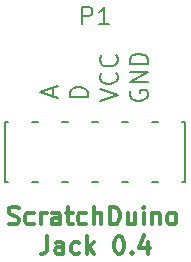
<source format=gbr>
G04 (created by PCBNEW (2013-may-18)-stable) date Пн 26 окт 2015 23:44:09*
%MOIN*%
G04 Gerber Fmt 3.4, Leading zero omitted, Abs format*
%FSLAX34Y34*%
G01*
G70*
G90*
G04 APERTURE LIST*
%ADD10C,0.00393701*%
%ADD11C,0.011811*%
%ADD12C,0.00590551*%
G04 APERTURE END LIST*
G54D10*
G54D11*
X9912Y-12935D02*
X9912Y-13357D01*
X9884Y-13442D01*
X9828Y-13498D01*
X9744Y-13526D01*
X9687Y-13526D01*
X10447Y-13526D02*
X10447Y-13217D01*
X10419Y-13160D01*
X10362Y-13132D01*
X10250Y-13132D01*
X10194Y-13160D01*
X10447Y-13498D02*
X10390Y-13526D01*
X10250Y-13526D01*
X10194Y-13498D01*
X10165Y-13442D01*
X10165Y-13385D01*
X10194Y-13329D01*
X10250Y-13301D01*
X10390Y-13301D01*
X10447Y-13273D01*
X10981Y-13498D02*
X10925Y-13526D01*
X10812Y-13526D01*
X10756Y-13498D01*
X10728Y-13470D01*
X10700Y-13413D01*
X10700Y-13245D01*
X10728Y-13188D01*
X10756Y-13160D01*
X10812Y-13132D01*
X10925Y-13132D01*
X10981Y-13160D01*
X11234Y-13526D02*
X11234Y-12935D01*
X11290Y-13301D02*
X11459Y-13526D01*
X11459Y-13132D02*
X11234Y-13357D01*
X12275Y-12935D02*
X12331Y-12935D01*
X12387Y-12964D01*
X12415Y-12992D01*
X12443Y-13048D01*
X12471Y-13160D01*
X12471Y-13301D01*
X12443Y-13413D01*
X12415Y-13470D01*
X12387Y-13498D01*
X12331Y-13526D01*
X12275Y-13526D01*
X12218Y-13498D01*
X12190Y-13470D01*
X12162Y-13413D01*
X12134Y-13301D01*
X12134Y-13160D01*
X12162Y-13048D01*
X12190Y-12992D01*
X12218Y-12964D01*
X12275Y-12935D01*
X12724Y-13470D02*
X12753Y-13498D01*
X12724Y-13526D01*
X12696Y-13498D01*
X12724Y-13470D01*
X12724Y-13526D01*
X13259Y-13132D02*
X13259Y-13526D01*
X13118Y-12907D02*
X12978Y-13329D01*
X13343Y-13329D01*
X8619Y-12514D02*
X8703Y-12542D01*
X8844Y-12542D01*
X8900Y-12514D01*
X8928Y-12485D01*
X8956Y-12429D01*
X8956Y-12373D01*
X8928Y-12317D01*
X8900Y-12289D01*
X8844Y-12260D01*
X8731Y-12232D01*
X8675Y-12204D01*
X8647Y-12176D01*
X8619Y-12120D01*
X8619Y-12064D01*
X8647Y-12007D01*
X8675Y-11979D01*
X8731Y-11951D01*
X8872Y-11951D01*
X8956Y-11979D01*
X9462Y-12514D02*
X9406Y-12542D01*
X9294Y-12542D01*
X9237Y-12514D01*
X9209Y-12485D01*
X9181Y-12429D01*
X9181Y-12260D01*
X9209Y-12204D01*
X9237Y-12176D01*
X9294Y-12148D01*
X9406Y-12148D01*
X9462Y-12176D01*
X9715Y-12542D02*
X9715Y-12148D01*
X9715Y-12260D02*
X9744Y-12204D01*
X9772Y-12176D01*
X9828Y-12148D01*
X9884Y-12148D01*
X10334Y-12542D02*
X10334Y-12232D01*
X10306Y-12176D01*
X10250Y-12148D01*
X10137Y-12148D01*
X10081Y-12176D01*
X10334Y-12514D02*
X10278Y-12542D01*
X10137Y-12542D01*
X10081Y-12514D01*
X10053Y-12457D01*
X10053Y-12401D01*
X10081Y-12345D01*
X10137Y-12317D01*
X10278Y-12317D01*
X10334Y-12289D01*
X10531Y-12148D02*
X10756Y-12148D01*
X10615Y-11951D02*
X10615Y-12457D01*
X10643Y-12514D01*
X10700Y-12542D01*
X10756Y-12542D01*
X11206Y-12514D02*
X11150Y-12542D01*
X11037Y-12542D01*
X10981Y-12514D01*
X10953Y-12485D01*
X10925Y-12429D01*
X10925Y-12260D01*
X10953Y-12204D01*
X10981Y-12176D01*
X11037Y-12148D01*
X11150Y-12148D01*
X11206Y-12176D01*
X11459Y-12542D02*
X11459Y-11951D01*
X11712Y-12542D02*
X11712Y-12232D01*
X11684Y-12176D01*
X11628Y-12148D01*
X11543Y-12148D01*
X11487Y-12176D01*
X11459Y-12204D01*
X11993Y-12542D02*
X11993Y-11951D01*
X12134Y-11951D01*
X12218Y-11979D01*
X12275Y-12035D01*
X12303Y-12092D01*
X12331Y-12204D01*
X12331Y-12289D01*
X12303Y-12401D01*
X12275Y-12457D01*
X12218Y-12514D01*
X12134Y-12542D01*
X11993Y-12542D01*
X12837Y-12148D02*
X12837Y-12542D01*
X12584Y-12148D02*
X12584Y-12457D01*
X12612Y-12514D01*
X12668Y-12542D01*
X12753Y-12542D01*
X12809Y-12514D01*
X12837Y-12485D01*
X13118Y-12542D02*
X13118Y-12148D01*
X13118Y-11951D02*
X13090Y-11979D01*
X13118Y-12007D01*
X13146Y-11979D01*
X13118Y-11951D01*
X13118Y-12007D01*
X13399Y-12148D02*
X13399Y-12542D01*
X13399Y-12204D02*
X13428Y-12176D01*
X13484Y-12148D01*
X13568Y-12148D01*
X13624Y-12176D01*
X13652Y-12232D01*
X13652Y-12542D01*
X14018Y-12542D02*
X13962Y-12514D01*
X13934Y-12485D01*
X13906Y-12429D01*
X13906Y-12260D01*
X13934Y-12204D01*
X13962Y-12176D01*
X14018Y-12148D01*
X14102Y-12148D01*
X14159Y-12176D01*
X14187Y-12204D01*
X14215Y-12260D01*
X14215Y-12429D01*
X14187Y-12485D01*
X14159Y-12514D01*
X14102Y-12542D01*
X14018Y-12542D01*
G54D12*
X9415Y-9137D02*
X9615Y-9137D01*
X9415Y-11137D02*
X9615Y-11137D01*
X10415Y-9137D02*
X10615Y-9137D01*
X10415Y-11137D02*
X10615Y-11137D01*
X11415Y-9137D02*
X11615Y-9137D01*
X11415Y-11137D02*
X11615Y-11137D01*
X12415Y-9137D02*
X12615Y-9137D01*
X12415Y-11137D02*
X12615Y-11137D01*
X8515Y-11137D02*
X8615Y-11137D01*
X14515Y-11137D02*
X14415Y-11137D01*
X13415Y-11137D02*
X13615Y-11137D01*
X14515Y-9137D02*
X14415Y-9137D01*
X8515Y-9137D02*
X8615Y-9137D01*
X13415Y-9137D02*
X13615Y-9137D01*
X14515Y-9137D02*
X14515Y-11137D01*
X8515Y-9137D02*
X8515Y-11137D01*
X11079Y-5876D02*
X11079Y-5286D01*
X11304Y-5286D01*
X11361Y-5314D01*
X11389Y-5342D01*
X11417Y-5398D01*
X11417Y-5483D01*
X11389Y-5539D01*
X11361Y-5567D01*
X11304Y-5595D01*
X11079Y-5595D01*
X11979Y-5876D02*
X11642Y-5876D01*
X11811Y-5876D02*
X11811Y-5286D01*
X11754Y-5370D01*
X11698Y-5426D01*
X11642Y-5455D01*
X12692Y-8087D02*
X12664Y-8143D01*
X12664Y-8228D01*
X12692Y-8312D01*
X12748Y-8368D01*
X12804Y-8397D01*
X12917Y-8425D01*
X13001Y-8425D01*
X13114Y-8397D01*
X13170Y-8368D01*
X13226Y-8312D01*
X13254Y-8228D01*
X13254Y-8172D01*
X13226Y-8087D01*
X13198Y-8059D01*
X13001Y-8059D01*
X13001Y-8172D01*
X13254Y-7806D02*
X12664Y-7806D01*
X13254Y-7469D01*
X12664Y-7469D01*
X13254Y-7187D02*
X12664Y-7187D01*
X12664Y-7047D01*
X12692Y-6962D01*
X12748Y-6906D01*
X12804Y-6878D01*
X12917Y-6850D01*
X13001Y-6850D01*
X13114Y-6878D01*
X13170Y-6906D01*
X13226Y-6962D01*
X13254Y-7047D01*
X13254Y-7187D01*
X11664Y-8425D02*
X12254Y-8228D01*
X11664Y-8031D01*
X12198Y-7497D02*
X12226Y-7525D01*
X12254Y-7609D01*
X12254Y-7665D01*
X12226Y-7750D01*
X12170Y-7806D01*
X12114Y-7834D01*
X12001Y-7862D01*
X11917Y-7862D01*
X11804Y-7834D01*
X11748Y-7806D01*
X11692Y-7750D01*
X11664Y-7665D01*
X11664Y-7609D01*
X11692Y-7525D01*
X11720Y-7497D01*
X12198Y-6906D02*
X12226Y-6934D01*
X12254Y-7019D01*
X12254Y-7075D01*
X12226Y-7159D01*
X12170Y-7215D01*
X12114Y-7244D01*
X12001Y-7272D01*
X11917Y-7272D01*
X11804Y-7244D01*
X11748Y-7215D01*
X11692Y-7159D01*
X11664Y-7075D01*
X11664Y-7019D01*
X11692Y-6934D01*
X11720Y-6906D01*
X11254Y-8292D02*
X10664Y-8292D01*
X10664Y-8151D01*
X10692Y-8067D01*
X10748Y-8011D01*
X10804Y-7983D01*
X10917Y-7955D01*
X11001Y-7955D01*
X11114Y-7983D01*
X11170Y-8011D01*
X11226Y-8067D01*
X11254Y-8151D01*
X11254Y-8292D01*
X10086Y-8278D02*
X10086Y-7997D01*
X10254Y-8334D02*
X9664Y-8137D01*
X10254Y-7940D01*
M02*

</source>
